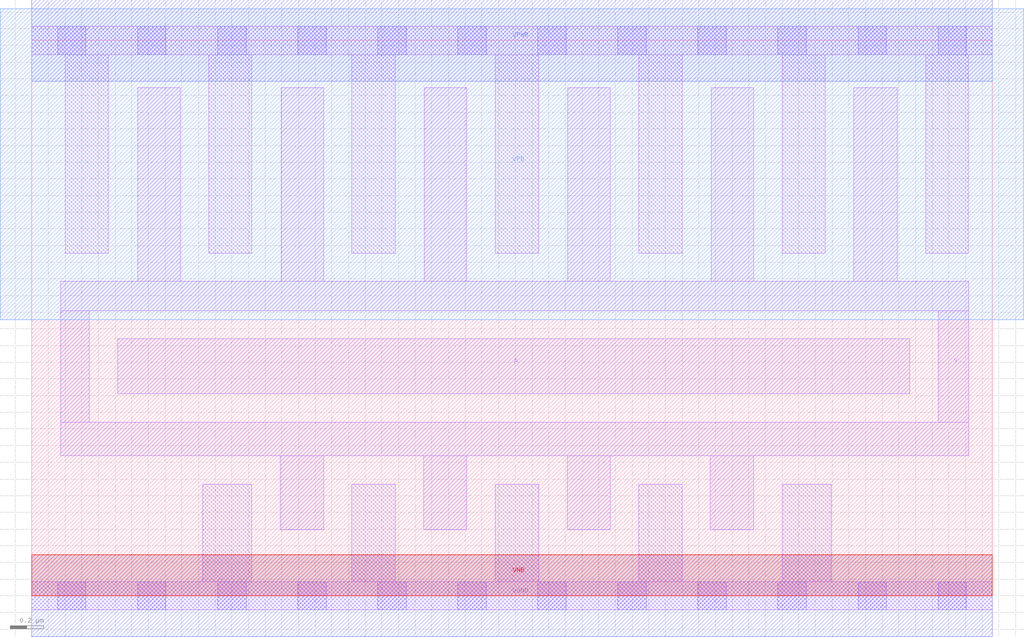
<source format=lef>
# Copyright 2020 The SkyWater PDK Authors
#
# Licensed under the Apache License, Version 2.0 (the "License");
# you may not use this file except in compliance with the License.
# You may obtain a copy of the License at
#
#     https://www.apache.org/licenses/LICENSE-2.0
#
# Unless required by applicable law or agreed to in writing, software
# distributed under the License is distributed on an "AS IS" BASIS,
# WITHOUT WARRANTIES OR CONDITIONS OF ANY KIND, either express or implied.
# See the License for the specific language governing permissions and
# limitations under the License.
#
# SPDX-License-Identifier: Apache-2.0

VERSION 5.7 ;
  NOWIREEXTENSIONATPIN ON ;
  DIVIDERCHAR "/" ;
  BUSBITCHARS "[]" ;
MACRO sky130_fd_sc_lp__clkinv_8
  CLASS CORE ;
  FOREIGN sky130_fd_sc_lp__clkinv_8 ;
  ORIGIN  0.000000  0.000000 ;
  SIZE  5.760000 BY  3.330000 ;
  SYMMETRY X Y R90 ;
  SITE unit ;
  PIN A
    ANTENNAGATEAREA  2.772000 ;
    DIRECTION INPUT ;
    USE SIGNAL ;
    PORT
      LAYER li1 ;
        RECT 0.515000 1.210000 5.265000 1.540000 ;
    END
  END A
  PIN Y
    ANTENNADIFFAREA  2.587200 ;
    DIRECTION OUTPUT ;
    USE SIGNAL ;
    PORT
      LAYER li1 ;
        RECT 0.175000 0.840000 5.620000 1.040000 ;
        RECT 0.175000 1.040000 0.345000 1.710000 ;
        RECT 0.175000 1.710000 5.620000 1.885000 ;
        RECT 0.635000 1.885000 0.890000 3.045000 ;
        RECT 1.490000 0.395000 1.750000 0.840000 ;
        RECT 1.495000 1.885000 1.750000 3.045000 ;
        RECT 2.350000 0.395000 2.610000 0.840000 ;
        RECT 2.355000 1.885000 2.610000 3.045000 ;
        RECT 3.210000 0.395000 3.470000 0.840000 ;
        RECT 3.215000 1.885000 3.470000 3.045000 ;
        RECT 4.070000 0.395000 4.330000 0.840000 ;
        RECT 4.075000 1.885000 4.330000 3.045000 ;
        RECT 4.930000 1.885000 5.190000 3.045000 ;
        RECT 5.435000 1.040000 5.620000 1.710000 ;
    END
  END Y
  PIN VGND
    DIRECTION INOUT ;
    USE GROUND ;
    PORT
      LAYER met1 ;
        RECT 0.000000 -0.245000 5.760000 0.245000 ;
    END
  END VGND
  PIN VNB
    DIRECTION INOUT ;
    USE GROUND ;
    PORT
      LAYER pwell ;
        RECT 0.000000 0.000000 5.760000 0.245000 ;
    END
  END VNB
  PIN VPB
    DIRECTION INOUT ;
    USE POWER ;
    PORT
      LAYER nwell ;
        RECT -0.190000 1.655000 5.950000 3.520000 ;
    END
  END VPB
  PIN VPWR
    DIRECTION INOUT ;
    USE POWER ;
    PORT
      LAYER met1 ;
        RECT 0.000000 3.085000 5.760000 3.575000 ;
    END
  END VPWR
  OBS
    LAYER li1 ;
      RECT 0.000000 -0.085000 5.760000 0.085000 ;
      RECT 0.000000  3.245000 5.760000 3.415000 ;
      RECT 0.200000  2.055000 0.460000 3.245000 ;
      RECT 1.025000  0.085000 1.320000 0.670000 ;
      RECT 1.060000  2.055000 1.320000 3.245000 ;
      RECT 1.920000  0.085000 2.180000 0.670000 ;
      RECT 1.920000  2.055000 2.180000 3.245000 ;
      RECT 2.780000  0.085000 3.040000 0.670000 ;
      RECT 2.780000  2.055000 3.040000 3.245000 ;
      RECT 3.640000  0.085000 3.900000 0.670000 ;
      RECT 3.640000  2.055000 3.900000 3.245000 ;
      RECT 4.500000  0.085000 4.795000 0.670000 ;
      RECT 4.500000  2.055000 4.760000 3.245000 ;
      RECT 5.360000  2.055000 5.615000 3.245000 ;
    LAYER mcon ;
      RECT 0.155000 -0.085000 0.325000 0.085000 ;
      RECT 0.155000  3.245000 0.325000 3.415000 ;
      RECT 0.635000 -0.085000 0.805000 0.085000 ;
      RECT 0.635000  3.245000 0.805000 3.415000 ;
      RECT 1.115000 -0.085000 1.285000 0.085000 ;
      RECT 1.115000  3.245000 1.285000 3.415000 ;
      RECT 1.595000 -0.085000 1.765000 0.085000 ;
      RECT 1.595000  3.245000 1.765000 3.415000 ;
      RECT 2.075000 -0.085000 2.245000 0.085000 ;
      RECT 2.075000  3.245000 2.245000 3.415000 ;
      RECT 2.555000 -0.085000 2.725000 0.085000 ;
      RECT 2.555000  3.245000 2.725000 3.415000 ;
      RECT 3.035000 -0.085000 3.205000 0.085000 ;
      RECT 3.035000  3.245000 3.205000 3.415000 ;
      RECT 3.515000 -0.085000 3.685000 0.085000 ;
      RECT 3.515000  3.245000 3.685000 3.415000 ;
      RECT 3.995000 -0.085000 4.165000 0.085000 ;
      RECT 3.995000  3.245000 4.165000 3.415000 ;
      RECT 4.475000 -0.085000 4.645000 0.085000 ;
      RECT 4.475000  3.245000 4.645000 3.415000 ;
      RECT 4.955000 -0.085000 5.125000 0.085000 ;
      RECT 4.955000  3.245000 5.125000 3.415000 ;
      RECT 5.435000 -0.085000 5.605000 0.085000 ;
      RECT 5.435000  3.245000 5.605000 3.415000 ;
  END
END sky130_fd_sc_lp__clkinv_8
END LIBRARY

</source>
